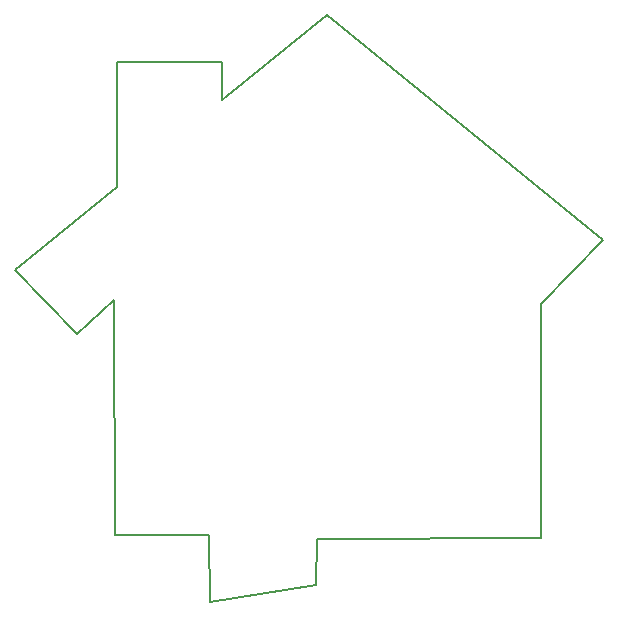
<source format=gbr>
%FSLAX23Y23*%
%MOIN*%
G04 EasyPC Gerber Version 17.0 Build 3379 *
%ADD10C,0.00500*%
X0Y0D02*
D02*
D10*
X4270Y214D02*
X3521Y210D01*
X3520Y57*
X3164Y3*
X3163Y225*
X2848*
X2846Y1009*
X2721Y895*
X2517Y1108*
X2854Y1384*
Y1802*
X3207*
X3207Y1676*
X3555Y1958*
X4476Y1208*
X4270Y995*
Y214*
X0Y0D02*
M02*

</source>
